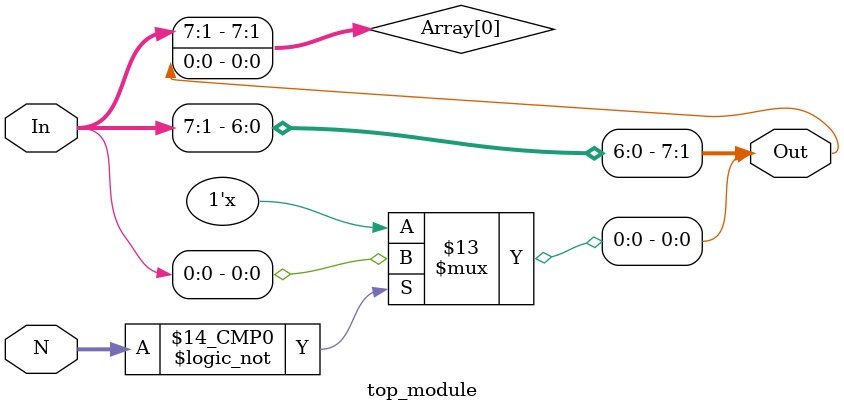
<source format=v>

module top_module(
  input  wire [2:0] N,
  input  wire [7:0] In,
  output reg  [7:0] Out
);

wire [7:0] Array[7:0];

assign Array[N][0]   = In[0];
assign Array[0][7:1] = In[7:1];

initial begin
  Out[0]   = Array[0][0];
  Out[7:1] = Array[0][7:1];
end

endmodule

</source>
